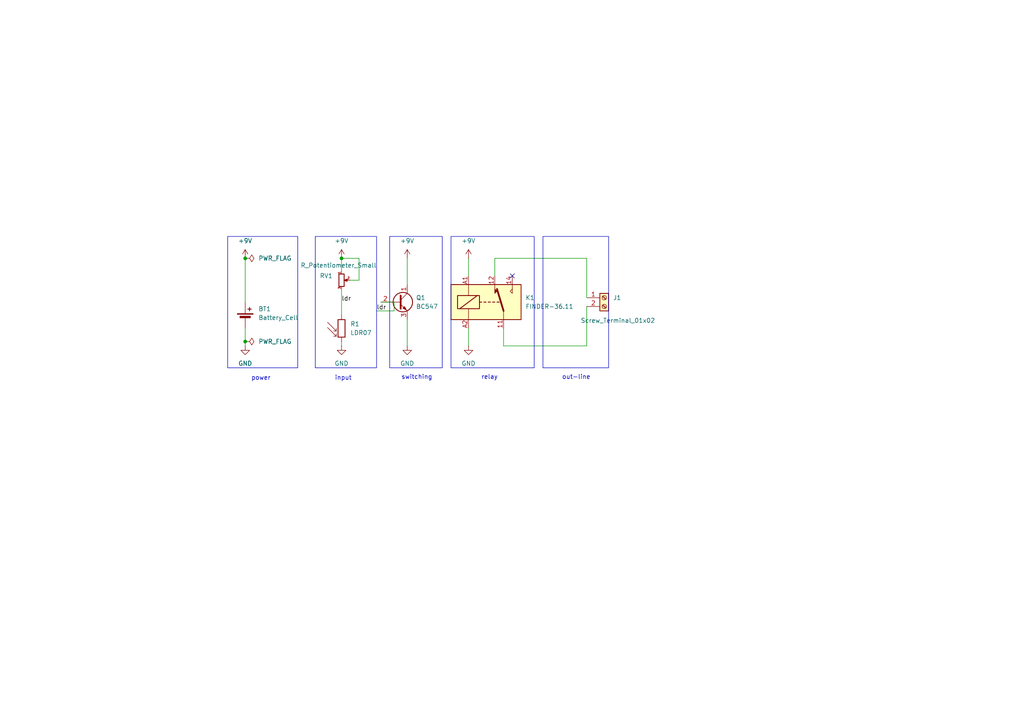
<source format=kicad_sch>
(kicad_sch
	(version 20250114)
	(generator "eeschema")
	(generator_version "9.0")
	(uuid "d8bd4388-3433-4f4c-8a62-e6c05757d9a0")
	(paper "A4")
	(lib_symbols
		(symbol "Connector:Screw_Terminal_01x02"
			(pin_names
				(offset 1.016)
				(hide yes)
			)
			(exclude_from_sim no)
			(in_bom yes)
			(on_board yes)
			(property "Reference" "J"
				(at 0 2.54 0)
				(effects
					(font
						(size 1.27 1.27)
					)
				)
			)
			(property "Value" "Screw_Terminal_01x02"
				(at 0 -5.08 0)
				(effects
					(font
						(size 1.27 1.27)
					)
				)
			)
			(property "Footprint" ""
				(at 0 0 0)
				(effects
					(font
						(size 1.27 1.27)
					)
					(hide yes)
				)
			)
			(property "Datasheet" "~"
				(at 0 0 0)
				(effects
					(font
						(size 1.27 1.27)
					)
					(hide yes)
				)
			)
			(property "Description" "Generic screw terminal, single row, 01x02, script generated (kicad-library-utils/schlib/autogen/connector/)"
				(at 0 0 0)
				(effects
					(font
						(size 1.27 1.27)
					)
					(hide yes)
				)
			)
			(property "ki_keywords" "screw terminal"
				(at 0 0 0)
				(effects
					(font
						(size 1.27 1.27)
					)
					(hide yes)
				)
			)
			(property "ki_fp_filters" "TerminalBlock*:*"
				(at 0 0 0)
				(effects
					(font
						(size 1.27 1.27)
					)
					(hide yes)
				)
			)
			(symbol "Screw_Terminal_01x02_1_1"
				(rectangle
					(start -1.27 1.27)
					(end 1.27 -3.81)
					(stroke
						(width 0.254)
						(type default)
					)
					(fill
						(type background)
					)
				)
				(polyline
					(pts
						(xy -0.5334 0.3302) (xy 0.3302 -0.508)
					)
					(stroke
						(width 0.1524)
						(type default)
					)
					(fill
						(type none)
					)
				)
				(polyline
					(pts
						(xy -0.5334 -2.2098) (xy 0.3302 -3.048)
					)
					(stroke
						(width 0.1524)
						(type default)
					)
					(fill
						(type none)
					)
				)
				(polyline
					(pts
						(xy -0.3556 0.508) (xy 0.508 -0.3302)
					)
					(stroke
						(width 0.1524)
						(type default)
					)
					(fill
						(type none)
					)
				)
				(polyline
					(pts
						(xy -0.3556 -2.032) (xy 0.508 -2.8702)
					)
					(stroke
						(width 0.1524)
						(type default)
					)
					(fill
						(type none)
					)
				)
				(circle
					(center 0 0)
					(radius 0.635)
					(stroke
						(width 0.1524)
						(type default)
					)
					(fill
						(type none)
					)
				)
				(circle
					(center 0 -2.54)
					(radius 0.635)
					(stroke
						(width 0.1524)
						(type default)
					)
					(fill
						(type none)
					)
				)
				(pin passive line
					(at -5.08 0 0)
					(length 3.81)
					(name "Pin_1"
						(effects
							(font
								(size 1.27 1.27)
							)
						)
					)
					(number "1"
						(effects
							(font
								(size 1.27 1.27)
							)
						)
					)
				)
				(pin passive line
					(at -5.08 -2.54 0)
					(length 3.81)
					(name "Pin_2"
						(effects
							(font
								(size 1.27 1.27)
							)
						)
					)
					(number "2"
						(effects
							(font
								(size 1.27 1.27)
							)
						)
					)
				)
			)
			(embedded_fonts no)
		)
		(symbol "Device:Battery_Cell"
			(pin_numbers
				(hide yes)
			)
			(pin_names
				(offset 0)
				(hide yes)
			)
			(exclude_from_sim no)
			(in_bom yes)
			(on_board yes)
			(property "Reference" "BT"
				(at 2.54 2.54 0)
				(effects
					(font
						(size 1.27 1.27)
					)
					(justify left)
				)
			)
			(property "Value" "Battery_Cell"
				(at 2.54 0 0)
				(effects
					(font
						(size 1.27 1.27)
					)
					(justify left)
				)
			)
			(property "Footprint" ""
				(at 0 1.524 90)
				(effects
					(font
						(size 1.27 1.27)
					)
					(hide yes)
				)
			)
			(property "Datasheet" "~"
				(at 0 1.524 90)
				(effects
					(font
						(size 1.27 1.27)
					)
					(hide yes)
				)
			)
			(property "Description" "Single-cell battery"
				(at 0 0 0)
				(effects
					(font
						(size 1.27 1.27)
					)
					(hide yes)
				)
			)
			(property "ki_keywords" "battery cell"
				(at 0 0 0)
				(effects
					(font
						(size 1.27 1.27)
					)
					(hide yes)
				)
			)
			(symbol "Battery_Cell_0_1"
				(rectangle
					(start -2.286 1.778)
					(end 2.286 1.524)
					(stroke
						(width 0)
						(type default)
					)
					(fill
						(type outline)
					)
				)
				(rectangle
					(start -1.524 1.016)
					(end 1.524 0.508)
					(stroke
						(width 0)
						(type default)
					)
					(fill
						(type outline)
					)
				)
				(polyline
					(pts
						(xy 0 1.778) (xy 0 2.54)
					)
					(stroke
						(width 0)
						(type default)
					)
					(fill
						(type none)
					)
				)
				(polyline
					(pts
						(xy 0 0.762) (xy 0 0)
					)
					(stroke
						(width 0)
						(type default)
					)
					(fill
						(type none)
					)
				)
				(polyline
					(pts
						(xy 0.762 3.048) (xy 1.778 3.048)
					)
					(stroke
						(width 0.254)
						(type default)
					)
					(fill
						(type none)
					)
				)
				(polyline
					(pts
						(xy 1.27 3.556) (xy 1.27 2.54)
					)
					(stroke
						(width 0.254)
						(type default)
					)
					(fill
						(type none)
					)
				)
			)
			(symbol "Battery_Cell_1_1"
				(pin passive line
					(at 0 5.08 270)
					(length 2.54)
					(name "+"
						(effects
							(font
								(size 1.27 1.27)
							)
						)
					)
					(number "1"
						(effects
							(font
								(size 1.27 1.27)
							)
						)
					)
				)
				(pin passive line
					(at 0 -2.54 90)
					(length 2.54)
					(name "-"
						(effects
							(font
								(size 1.27 1.27)
							)
						)
					)
					(number "2"
						(effects
							(font
								(size 1.27 1.27)
							)
						)
					)
				)
			)
			(embedded_fonts no)
		)
		(symbol "Device:R_Potentiometer_Small"
			(pin_names
				(offset 1.016)
				(hide yes)
			)
			(exclude_from_sim no)
			(in_bom yes)
			(on_board yes)
			(property "Reference" "RV"
				(at -4.445 0 90)
				(effects
					(font
						(size 1.27 1.27)
					)
				)
			)
			(property "Value" "R_Potentiometer_Small"
				(at -2.54 0 90)
				(effects
					(font
						(size 1.27 1.27)
					)
				)
			)
			(property "Footprint" ""
				(at 0 0 0)
				(effects
					(font
						(size 1.27 1.27)
					)
					(hide yes)
				)
			)
			(property "Datasheet" "~"
				(at 0 0 0)
				(effects
					(font
						(size 1.27 1.27)
					)
					(hide yes)
				)
			)
			(property "Description" "Potentiometer"
				(at 0 0 0)
				(effects
					(font
						(size 1.27 1.27)
					)
					(hide yes)
				)
			)
			(property "ki_keywords" "resistor variable"
				(at 0 0 0)
				(effects
					(font
						(size 1.27 1.27)
					)
					(hide yes)
				)
			)
			(property "ki_fp_filters" "Potentiometer*"
				(at 0 0 0)
				(effects
					(font
						(size 1.27 1.27)
					)
					(hide yes)
				)
			)
			(symbol "R_Potentiometer_Small_0_1"
				(rectangle
					(start 0.762 1.8034)
					(end -0.762 -1.8034)
					(stroke
						(width 0.254)
						(type default)
					)
					(fill
						(type none)
					)
				)
				(polyline
					(pts
						(xy 0.889 0) (xy 0.635 0) (xy 1.651 0.381) (xy 1.651 -0.381) (xy 0.635 0) (xy 0.889 0)
					)
					(stroke
						(width 0)
						(type default)
					)
					(fill
						(type outline)
					)
				)
			)
			(symbol "R_Potentiometer_Small_1_1"
				(pin passive line
					(at 0 2.54 270)
					(length 0.635)
					(name "1"
						(effects
							(font
								(size 0.635 0.635)
							)
						)
					)
					(number "1"
						(effects
							(font
								(size 0.635 0.635)
							)
						)
					)
				)
				(pin passive line
					(at 0 -2.54 90)
					(length 0.635)
					(name "3"
						(effects
							(font
								(size 0.635 0.635)
							)
						)
					)
					(number "3"
						(effects
							(font
								(size 0.635 0.635)
							)
						)
					)
				)
				(pin passive line
					(at 2.54 0 180)
					(length 0.9906)
					(name "2"
						(effects
							(font
								(size 0.635 0.635)
							)
						)
					)
					(number "2"
						(effects
							(font
								(size 0.635 0.635)
							)
						)
					)
				)
			)
			(embedded_fonts no)
		)
		(symbol "Relay:FINDER-36.11"
			(exclude_from_sim no)
			(in_bom yes)
			(on_board yes)
			(property "Reference" "K"
				(at 11.43 3.81 0)
				(effects
					(font
						(size 1.27 1.27)
					)
					(justify left)
				)
			)
			(property "Value" "FINDER-36.11"
				(at 11.43 1.27 0)
				(effects
					(font
						(size 1.27 1.27)
					)
					(justify left)
				)
			)
			(property "Footprint" "Relay_THT:Relay_SPDT_Finder_36.11"
				(at 32.258 -0.762 0)
				(effects
					(font
						(size 1.27 1.27)
					)
					(hide yes)
				)
			)
			(property "Datasheet" "https://gfinder.findernet.com/public/attachments/36/EN/S36EN.pdf"
				(at 0 0 0)
				(effects
					(font
						(size 1.27 1.27)
					)
					(hide yes)
				)
			)
			(property "Description" "FINDER 36.11, SPDT relay, 10A"
				(at 0 0 0)
				(effects
					(font
						(size 1.27 1.27)
					)
					(hide yes)
				)
			)
			(property "ki_keywords" "spdt relay"
				(at 0 0 0)
				(effects
					(font
						(size 1.27 1.27)
					)
					(hide yes)
				)
			)
			(property "ki_fp_filters" "Relay*SPDT*Finder*36.11*"
				(at 0 0 0)
				(effects
					(font
						(size 1.27 1.27)
					)
					(hide yes)
				)
			)
			(symbol "FINDER-36.11_0_0"
				(polyline
					(pts
						(xy 2.54 3.81) (xy 2.54 5.08)
					)
					(stroke
						(width 0)
						(type default)
					)
					(fill
						(type none)
					)
				)
				(polyline
					(pts
						(xy 7.62 3.81) (xy 7.62 5.08)
					)
					(stroke
						(width 0)
						(type default)
					)
					(fill
						(type none)
					)
				)
				(polyline
					(pts
						(xy 7.62 3.81) (xy 7.62 2.54) (xy 6.985 3.175) (xy 7.62 3.81)
					)
					(stroke
						(width 0)
						(type default)
					)
					(fill
						(type none)
					)
				)
			)
			(symbol "FINDER-36.11_0_1"
				(rectangle
					(start -10.16 5.08)
					(end 10.16 -5.08)
					(stroke
						(width 0.254)
						(type default)
					)
					(fill
						(type background)
					)
				)
				(rectangle
					(start -8.255 1.905)
					(end -1.905 -1.905)
					(stroke
						(width 0.254)
						(type default)
					)
					(fill
						(type none)
					)
				)
				(polyline
					(pts
						(xy -7.62 -1.905) (xy -2.54 1.905)
					)
					(stroke
						(width 0.254)
						(type default)
					)
					(fill
						(type none)
					)
				)
				(polyline
					(pts
						(xy -5.08 5.08) (xy -5.08 1.905)
					)
					(stroke
						(width 0)
						(type default)
					)
					(fill
						(type none)
					)
				)
				(polyline
					(pts
						(xy -5.08 -5.08) (xy -5.08 -1.905)
					)
					(stroke
						(width 0)
						(type default)
					)
					(fill
						(type none)
					)
				)
				(polyline
					(pts
						(xy -1.905 0) (xy -1.27 0)
					)
					(stroke
						(width 0.254)
						(type default)
					)
					(fill
						(type none)
					)
				)
				(polyline
					(pts
						(xy -0.635 0) (xy 0 0)
					)
					(stroke
						(width 0.254)
						(type default)
					)
					(fill
						(type none)
					)
				)
				(polyline
					(pts
						(xy 0.635 0) (xy 1.27 0)
					)
					(stroke
						(width 0.254)
						(type default)
					)
					(fill
						(type none)
					)
				)
				(polyline
					(pts
						(xy 1.905 0) (xy 2.54 0)
					)
					(stroke
						(width 0.254)
						(type default)
					)
					(fill
						(type none)
					)
				)
				(polyline
					(pts
						(xy 2.54 3.81) (xy 2.54 2.54) (xy 3.175 3.175) (xy 2.54 3.81)
					)
					(stroke
						(width 0)
						(type default)
					)
					(fill
						(type outline)
					)
				)
				(polyline
					(pts
						(xy 3.175 0) (xy 3.81 0)
					)
					(stroke
						(width 0.254)
						(type default)
					)
					(fill
						(type none)
					)
				)
				(polyline
					(pts
						(xy 5.08 -2.54) (xy 3.175 3.81)
					)
					(stroke
						(width 0.508)
						(type default)
					)
					(fill
						(type none)
					)
				)
				(polyline
					(pts
						(xy 5.08 -2.54) (xy 5.08 -5.08)
					)
					(stroke
						(width 0)
						(type default)
					)
					(fill
						(type none)
					)
				)
			)
			(symbol "FINDER-36.11_1_1"
				(pin passive line
					(at -5.08 7.62 270)
					(length 2.54)
					(name "~"
						(effects
							(font
								(size 1.27 1.27)
							)
						)
					)
					(number "A1"
						(effects
							(font
								(size 1.27 1.27)
							)
						)
					)
				)
				(pin passive line
					(at -5.08 -7.62 90)
					(length 2.54)
					(name "~"
						(effects
							(font
								(size 1.27 1.27)
							)
						)
					)
					(number "A2"
						(effects
							(font
								(size 1.27 1.27)
							)
						)
					)
				)
				(pin passive line
					(at 2.54 7.62 270)
					(length 2.54)
					(name "~"
						(effects
							(font
								(size 1.27 1.27)
							)
						)
					)
					(number "12"
						(effects
							(font
								(size 1.27 1.27)
							)
						)
					)
				)
				(pin passive line
					(at 5.08 -7.62 90)
					(length 2.54)
					(name "~"
						(effects
							(font
								(size 1.27 1.27)
							)
						)
					)
					(number "11"
						(effects
							(font
								(size 1.27 1.27)
							)
						)
					)
				)
				(pin passive line
					(at 7.62 7.62 270)
					(length 2.54)
					(name "~"
						(effects
							(font
								(size 1.27 1.27)
							)
						)
					)
					(number "14"
						(effects
							(font
								(size 1.27 1.27)
							)
						)
					)
				)
			)
			(embedded_fonts no)
		)
		(symbol "Sensor_Optical:LDR07"
			(pin_numbers
				(hide yes)
			)
			(pin_names
				(offset 0)
			)
			(exclude_from_sim no)
			(in_bom yes)
			(on_board yes)
			(property "Reference" "R"
				(at -5.08 0 90)
				(effects
					(font
						(size 1.27 1.27)
					)
				)
			)
			(property "Value" "LDR07"
				(at 1.905 0 90)
				(effects
					(font
						(size 1.27 1.27)
					)
					(justify top)
				)
			)
			(property "Footprint" "OptoDevice:R_LDR_5.1x4.3mm_P3.4mm_Vertical"
				(at 4.445 0 90)
				(effects
					(font
						(size 1.27 1.27)
					)
					(hide yes)
				)
			)
			(property "Datasheet" "http://www.tme.eu/de/Document/f2e3ad76a925811312d226c31da4cd7e/LDR07.pdf"
				(at 0 -1.27 0)
				(effects
					(font
						(size 1.27 1.27)
					)
					(hide yes)
				)
			)
			(property "Description" "light dependent resistor"
				(at 0 0 0)
				(effects
					(font
						(size 1.27 1.27)
					)
					(hide yes)
				)
			)
			(property "ki_keywords" "light dependent photo resistor LDR"
				(at 0 0 0)
				(effects
					(font
						(size 1.27 1.27)
					)
					(hide yes)
				)
			)
			(property "ki_fp_filters" "R*LDR*5.1x4.3mm*P3.4mm*"
				(at 0 0 0)
				(effects
					(font
						(size 1.27 1.27)
					)
					(hide yes)
				)
			)
			(symbol "LDR07_0_1"
				(polyline
					(pts
						(xy -1.524 -0.762) (xy -4.064 1.778)
					)
					(stroke
						(width 0)
						(type default)
					)
					(fill
						(type none)
					)
				)
				(polyline
					(pts
						(xy -1.524 -0.762) (xy -2.286 -0.762)
					)
					(stroke
						(width 0)
						(type default)
					)
					(fill
						(type none)
					)
				)
				(polyline
					(pts
						(xy -1.524 -0.762) (xy -1.524 0)
					)
					(stroke
						(width 0)
						(type default)
					)
					(fill
						(type none)
					)
				)
				(polyline
					(pts
						(xy -1.524 -2.286) (xy -4.064 0.254)
					)
					(stroke
						(width 0)
						(type default)
					)
					(fill
						(type none)
					)
				)
				(polyline
					(pts
						(xy -1.524 -2.286) (xy -2.286 -2.286)
					)
					(stroke
						(width 0)
						(type default)
					)
					(fill
						(type none)
					)
				)
				(polyline
					(pts
						(xy -1.524 -2.286) (xy -1.524 -1.524)
					)
					(stroke
						(width 0)
						(type default)
					)
					(fill
						(type none)
					)
				)
				(rectangle
					(start -1.016 2.54)
					(end 1.016 -2.54)
					(stroke
						(width 0.254)
						(type default)
					)
					(fill
						(type none)
					)
				)
			)
			(symbol "LDR07_1_1"
				(pin passive line
					(at 0 3.81 270)
					(length 1.27)
					(name "~"
						(effects
							(font
								(size 1.27 1.27)
							)
						)
					)
					(number "1"
						(effects
							(font
								(size 1.27 1.27)
							)
						)
					)
				)
				(pin passive line
					(at 0 -3.81 90)
					(length 1.27)
					(name "~"
						(effects
							(font
								(size 1.27 1.27)
							)
						)
					)
					(number "2"
						(effects
							(font
								(size 1.27 1.27)
							)
						)
					)
				)
			)
			(embedded_fonts no)
		)
		(symbol "Transistor_BJT:BC547"
			(pin_names
				(offset 0)
				(hide yes)
			)
			(exclude_from_sim no)
			(in_bom yes)
			(on_board yes)
			(property "Reference" "Q"
				(at 5.08 1.905 0)
				(effects
					(font
						(size 1.27 1.27)
					)
					(justify left)
				)
			)
			(property "Value" "BC547"
				(at 5.08 0 0)
				(effects
					(font
						(size 1.27 1.27)
					)
					(justify left)
				)
			)
			(property "Footprint" "Package_TO_SOT_THT:TO-92_Inline"
				(at 5.08 -1.905 0)
				(effects
					(font
						(size 1.27 1.27)
						(italic yes)
					)
					(justify left)
					(hide yes)
				)
			)
			(property "Datasheet" "https://www.onsemi.com/pub/Collateral/BC550-D.pdf"
				(at 0 0 0)
				(effects
					(font
						(size 1.27 1.27)
					)
					(justify left)
					(hide yes)
				)
			)
			(property "Description" "0.1A Ic, 45V Vce, Small Signal NPN Transistor, TO-92"
				(at 0 0 0)
				(effects
					(font
						(size 1.27 1.27)
					)
					(hide yes)
				)
			)
			(property "ki_keywords" "NPN Transistor"
				(at 0 0 0)
				(effects
					(font
						(size 1.27 1.27)
					)
					(hide yes)
				)
			)
			(property "ki_fp_filters" "TO?92*"
				(at 0 0 0)
				(effects
					(font
						(size 1.27 1.27)
					)
					(hide yes)
				)
			)
			(symbol "BC547_0_1"
				(polyline
					(pts
						(xy -2.54 0) (xy 0.635 0)
					)
					(stroke
						(width 0)
						(type default)
					)
					(fill
						(type none)
					)
				)
				(polyline
					(pts
						(xy 0.635 1.905) (xy 0.635 -1.905)
					)
					(stroke
						(width 0.508)
						(type default)
					)
					(fill
						(type none)
					)
				)
				(circle
					(center 1.27 0)
					(radius 2.8194)
					(stroke
						(width 0.254)
						(type default)
					)
					(fill
						(type none)
					)
				)
			)
			(symbol "BC547_1_1"
				(polyline
					(pts
						(xy 0.635 0.635) (xy 2.54 2.54)
					)
					(stroke
						(width 0)
						(type default)
					)
					(fill
						(type none)
					)
				)
				(polyline
					(pts
						(xy 0.635 -0.635) (xy 2.54 -2.54)
					)
					(stroke
						(width 0)
						(type default)
					)
					(fill
						(type none)
					)
				)
				(polyline
					(pts
						(xy 1.27 -1.778) (xy 1.778 -1.27) (xy 2.286 -2.286) (xy 1.27 -1.778)
					)
					(stroke
						(width 0)
						(type default)
					)
					(fill
						(type outline)
					)
				)
				(pin input line
					(at -5.08 0 0)
					(length 2.54)
					(name "B"
						(effects
							(font
								(size 1.27 1.27)
							)
						)
					)
					(number "2"
						(effects
							(font
								(size 1.27 1.27)
							)
						)
					)
				)
				(pin passive line
					(at 2.54 5.08 270)
					(length 2.54)
					(name "C"
						(effects
							(font
								(size 1.27 1.27)
							)
						)
					)
					(number "1"
						(effects
							(font
								(size 1.27 1.27)
							)
						)
					)
				)
				(pin passive line
					(at 2.54 -5.08 90)
					(length 2.54)
					(name "E"
						(effects
							(font
								(size 1.27 1.27)
							)
						)
					)
					(number "3"
						(effects
							(font
								(size 1.27 1.27)
							)
						)
					)
				)
			)
			(embedded_fonts no)
		)
		(symbol "power:+9V"
			(power)
			(pin_numbers
				(hide yes)
			)
			(pin_names
				(offset 0)
				(hide yes)
			)
			(exclude_from_sim no)
			(in_bom yes)
			(on_board yes)
			(property "Reference" "#PWR"
				(at 0 -3.81 0)
				(effects
					(font
						(size 1.27 1.27)
					)
					(hide yes)
				)
			)
			(property "Value" "+9V"
				(at 0 3.556 0)
				(effects
					(font
						(size 1.27 1.27)
					)
				)
			)
			(property "Footprint" ""
				(at 0 0 0)
				(effects
					(font
						(size 1.27 1.27)
					)
					(hide yes)
				)
			)
			(property "Datasheet" ""
				(at 0 0 0)
				(effects
					(font
						(size 1.27 1.27)
					)
					(hide yes)
				)
			)
			(property "Description" "Power symbol creates a global label with name \"+9V\""
				(at 0 0 0)
				(effects
					(font
						(size 1.27 1.27)
					)
					(hide yes)
				)
			)
			(property "ki_keywords" "global power"
				(at 0 0 0)
				(effects
					(font
						(size 1.27 1.27)
					)
					(hide yes)
				)
			)
			(symbol "+9V_0_1"
				(polyline
					(pts
						(xy -0.762 1.27) (xy 0 2.54)
					)
					(stroke
						(width 0)
						(type default)
					)
					(fill
						(type none)
					)
				)
				(polyline
					(pts
						(xy 0 2.54) (xy 0.762 1.27)
					)
					(stroke
						(width 0)
						(type default)
					)
					(fill
						(type none)
					)
				)
				(polyline
					(pts
						(xy 0 0) (xy 0 2.54)
					)
					(stroke
						(width 0)
						(type default)
					)
					(fill
						(type none)
					)
				)
			)
			(symbol "+9V_1_1"
				(pin power_in line
					(at 0 0 90)
					(length 0)
					(name "~"
						(effects
							(font
								(size 1.27 1.27)
							)
						)
					)
					(number "1"
						(effects
							(font
								(size 1.27 1.27)
							)
						)
					)
				)
			)
			(embedded_fonts no)
		)
		(symbol "power:GND"
			(power)
			(pin_numbers
				(hide yes)
			)
			(pin_names
				(offset 0)
				(hide yes)
			)
			(exclude_from_sim no)
			(in_bom yes)
			(on_board yes)
			(property "Reference" "#PWR"
				(at 0 -6.35 0)
				(effects
					(font
						(size 1.27 1.27)
					)
					(hide yes)
				)
			)
			(property "Value" "GND"
				(at 0 -3.81 0)
				(effects
					(font
						(size 1.27 1.27)
					)
				)
			)
			(property "Footprint" ""
				(at 0 0 0)
				(effects
					(font
						(size 1.27 1.27)
					)
					(hide yes)
				)
			)
			(property "Datasheet" ""
				(at 0 0 0)
				(effects
					(font
						(size 1.27 1.27)
					)
					(hide yes)
				)
			)
			(property "Description" "Power symbol creates a global label with name \"GND\" , ground"
				(at 0 0 0)
				(effects
					(font
						(size 1.27 1.27)
					)
					(hide yes)
				)
			)
			(property "ki_keywords" "global power"
				(at 0 0 0)
				(effects
					(font
						(size 1.27 1.27)
					)
					(hide yes)
				)
			)
			(symbol "GND_0_1"
				(polyline
					(pts
						(xy 0 0) (xy 0 -1.27) (xy 1.27 -1.27) (xy 0 -2.54) (xy -1.27 -1.27) (xy 0 -1.27)
					)
					(stroke
						(width 0)
						(type default)
					)
					(fill
						(type none)
					)
				)
			)
			(symbol "GND_1_1"
				(pin power_in line
					(at 0 0 270)
					(length 0)
					(name "~"
						(effects
							(font
								(size 1.27 1.27)
							)
						)
					)
					(number "1"
						(effects
							(font
								(size 1.27 1.27)
							)
						)
					)
				)
			)
			(embedded_fonts no)
		)
		(symbol "power:PWR_FLAG"
			(power)
			(pin_numbers
				(hide yes)
			)
			(pin_names
				(offset 0)
				(hide yes)
			)
			(exclude_from_sim no)
			(in_bom yes)
			(on_board yes)
			(property "Reference" "#FLG"
				(at 0 1.905 0)
				(effects
					(font
						(size 1.27 1.27)
					)
					(hide yes)
				)
			)
			(property "Value" "PWR_FLAG"
				(at 0 3.81 0)
				(effects
					(font
						(size 1.27 1.27)
					)
				)
			)
			(property "Footprint" ""
				(at 0 0 0)
				(effects
					(font
						(size 1.27 1.27)
					)
					(hide yes)
				)
			)
			(property "Datasheet" "~"
				(at 0 0 0)
				(effects
					(font
						(size 1.27 1.27)
					)
					(hide yes)
				)
			)
			(property "Description" "Special symbol for telling ERC where power comes from"
				(at 0 0 0)
				(effects
					(font
						(size 1.27 1.27)
					)
					(hide yes)
				)
			)
			(property "ki_keywords" "flag power"
				(at 0 0 0)
				(effects
					(font
						(size 1.27 1.27)
					)
					(hide yes)
				)
			)
			(symbol "PWR_FLAG_0_0"
				(pin power_out line
					(at 0 0 90)
					(length 0)
					(name "~"
						(effects
							(font
								(size 1.27 1.27)
							)
						)
					)
					(number "1"
						(effects
							(font
								(size 1.27 1.27)
							)
						)
					)
				)
			)
			(symbol "PWR_FLAG_0_1"
				(polyline
					(pts
						(xy 0 0) (xy 0 1.27) (xy -1.016 1.905) (xy 0 2.54) (xy 1.016 1.905) (xy 0 1.27)
					)
					(stroke
						(width 0)
						(type default)
					)
					(fill
						(type none)
					)
				)
			)
			(embedded_fonts no)
		)
	)
	(rectangle
		(start 66.04 68.58)
		(end 86.36 106.68)
		(stroke
			(width 0)
			(type default)
		)
		(fill
			(type none)
		)
		(uuid 47710fbf-57bd-4a8e-97e8-d679343d6bbe)
	)
	(rectangle
		(start 91.44 68.58)
		(end 109.22 106.68)
		(stroke
			(width 0)
			(type default)
		)
		(fill
			(type none)
		)
		(uuid 8146aba0-8997-4e18-a9ba-a1b769483917)
	)
	(rectangle
		(start 130.81 68.58)
		(end 154.94 106.68)
		(stroke
			(width 0)
			(type default)
		)
		(fill
			(type none)
		)
		(uuid 8eee8de1-86d6-4527-aae1-464cb893119f)
	)
	(rectangle
		(start 157.48 68.58)
		(end 176.53 106.68)
		(stroke
			(width 0)
			(type default)
		)
		(fill
			(type none)
		)
		(uuid 8fad0242-7e9b-4883-a374-54bd180be53a)
	)
	(rectangle
		(start 113.03 68.58)
		(end 128.27 106.68)
		(stroke
			(width 0)
			(type default)
		)
		(fill
			(type none)
		)
		(uuid d1387a5c-9085-4122-ab9c-2dbb1e7aacd6)
	)
	(text "input\n"
		(exclude_from_sim no)
		(at 99.568 109.728 0)
		(effects
			(font
				(size 1.27 1.27)
			)
		)
		(uuid "23ebcb1f-04cb-46d2-82cf-0c24bab57791")
	)
	(text "relay\n"
		(exclude_from_sim no)
		(at 141.986 109.474 0)
		(effects
			(font
				(size 1.27 1.27)
			)
		)
		(uuid "69eedd17-75c9-4a0b-939e-1118aae3f807")
	)
	(text "power\n"
		(exclude_from_sim no)
		(at 75.692 109.728 0)
		(effects
			(font
				(size 1.27 1.27)
			)
		)
		(uuid "8e4d7908-5917-4d0f-a2dc-e7557cf40d5a")
	)
	(text "out-line\n"
		(exclude_from_sim no)
		(at 167.132 109.474 0)
		(effects
			(font
				(size 1.27 1.27)
			)
		)
		(uuid "8ed95394-d454-479a-b271-b45d7d6bca8c")
	)
	(text "switching\n"
		(exclude_from_sim no)
		(at 120.904 109.474 0)
		(effects
			(font
				(size 1.27 1.27)
			)
		)
		(uuid "a73c47ff-d607-43ee-a846-fa670547e808")
	)
	(junction
		(at 99.06 74.93)
		(diameter 0)
		(color 0 0 0 0)
		(uuid "2f5b4a28-e247-48d1-9361-8268639f2df1")
	)
	(junction
		(at 71.12 74.93)
		(diameter 0)
		(color 0 0 0 0)
		(uuid "347de4b5-834f-471c-b117-01c774e2d101")
	)
	(junction
		(at 71.12 99.06)
		(diameter 0)
		(color 0 0 0 0)
		(uuid "a8fd80a2-fff4-47c9-a9bd-32f7b90c5ca3")
	)
	(no_connect
		(at 148.59 80.01)
		(uuid "a54f746e-2576-4271-850d-0936eeab510d")
	)
	(wire
		(pts
			(xy 114.3 90.17) (xy 114.3 87.63)
		)
		(stroke
			(width 0)
			(type default)
		)
		(uuid "034b5411-31ed-4869-abfe-6be8352dfe47")
	)
	(wire
		(pts
			(xy 118.11 92.71) (xy 118.11 100.33)
		)
		(stroke
			(width 0)
			(type default)
		)
		(uuid "07b4a71c-590f-492f-9975-dd34c30c63ab")
	)
	(wire
		(pts
			(xy 143.51 74.93) (xy 143.51 80.01)
		)
		(stroke
			(width 0)
			(type default)
		)
		(uuid "0938998a-8850-4573-a555-92cd5e12d632")
	)
	(wire
		(pts
			(xy 135.89 74.93) (xy 135.89 80.01)
		)
		(stroke
			(width 0)
			(type default)
		)
		(uuid "11eea84f-9cb5-4061-9f79-e5a32db7d5a4")
	)
	(wire
		(pts
			(xy 114.3 90.17) (xy 109.22 90.17)
		)
		(stroke
			(width 0)
			(type default)
		)
		(uuid "2e84e311-4520-4269-88ce-820c5ddcca8b")
	)
	(wire
		(pts
			(xy 104.14 74.93) (xy 104.14 81.28)
		)
		(stroke
			(width 0)
			(type default)
		)
		(uuid "34f64306-a5d1-4744-be37-2ad6984e306c")
	)
	(wire
		(pts
			(xy 143.51 74.93) (xy 170.18 74.93)
		)
		(stroke
			(width 0)
			(type default)
		)
		(uuid "43d9c51e-dd43-49b9-ae05-9bcd3491ed28")
	)
	(wire
		(pts
			(xy 118.11 74.93) (xy 118.11 82.55)
		)
		(stroke
			(width 0)
			(type default)
		)
		(uuid "66549aea-db80-4bcf-ab5e-a3420649995b")
	)
	(wire
		(pts
			(xy 71.12 95.25) (xy 71.12 99.06)
		)
		(stroke
			(width 0)
			(type default)
		)
		(uuid "679b13c8-1b4c-4ada-8478-8e852a7f89fb")
	)
	(wire
		(pts
			(xy 71.12 74.93) (xy 71.12 87.63)
		)
		(stroke
			(width 0)
			(type default)
		)
		(uuid "726bcf37-2fc8-4710-a265-9bed496204cf")
	)
	(wire
		(pts
			(xy 101.6 81.28) (xy 104.14 81.28)
		)
		(stroke
			(width 0)
			(type default)
		)
		(uuid "7a7fbe5e-7601-453a-9e32-93126a9e0ea5")
	)
	(wire
		(pts
			(xy 114.3 87.63) (xy 110.49 87.63)
		)
		(stroke
			(width 0)
			(type default)
		)
		(uuid "8bf585ce-c2ae-482a-8dc6-e4046c3552aa")
	)
	(wire
		(pts
			(xy 146.05 95.25) (xy 146.05 100.33)
		)
		(stroke
			(width 0)
			(type default)
		)
		(uuid "90a55454-cc53-415d-a0a5-3f01204ecb82")
	)
	(wire
		(pts
			(xy 170.18 74.93) (xy 170.18 86.36)
		)
		(stroke
			(width 0)
			(type default)
		)
		(uuid "a7753add-0f08-411f-99b8-3d9c1b362812")
	)
	(wire
		(pts
			(xy 135.89 95.25) (xy 135.89 100.33)
		)
		(stroke
			(width 0)
			(type default)
		)
		(uuid "b8b5f9be-7e09-4cc3-b24f-a60a98cf7403")
	)
	(wire
		(pts
			(xy 146.05 100.33) (xy 170.18 100.33)
		)
		(stroke
			(width 0)
			(type default)
		)
		(uuid "b9a2906c-d9c6-4d96-b83f-3747046853ff")
	)
	(wire
		(pts
			(xy 99.06 74.93) (xy 104.14 74.93)
		)
		(stroke
			(width 0)
			(type default)
		)
		(uuid "ce74f389-f5ab-477c-bd17-2976cdd207ed")
	)
	(wire
		(pts
			(xy 99.06 74.93) (xy 99.06 78.74)
		)
		(stroke
			(width 0)
			(type default)
		)
		(uuid "d9c971e6-a556-478c-801d-5d2b3eaf2751")
	)
	(wire
		(pts
			(xy 99.06 99.06) (xy 99.06 100.33)
		)
		(stroke
			(width 0)
			(type default)
		)
		(uuid "eb5305ae-3f45-4faf-b7d9-56d39f55e4bc")
	)
	(wire
		(pts
			(xy 71.12 99.06) (xy 71.12 100.33)
		)
		(stroke
			(width 0)
			(type default)
		)
		(uuid "edffbc04-e380-45d9-93c0-277c9e0ab30d")
	)
	(wire
		(pts
			(xy 170.18 88.9) (xy 170.18 100.33)
		)
		(stroke
			(width 0)
			(type default)
		)
		(uuid "fa34018d-caac-490a-93eb-8d6ad93bb703")
	)
	(wire
		(pts
			(xy 99.06 83.82) (xy 99.06 91.44)
		)
		(stroke
			(width 0)
			(type default)
		)
		(uuid "ffa0194d-e16b-4ee0-be44-2166fcdd2929")
	)
	(label "ldr"
		(at 109.22 90.17 0)
		(effects
			(font
				(size 1.27 1.27)
			)
			(justify left bottom)
		)
		(uuid "08474403-666d-4ce3-8e86-f2d4090ce9df")
	)
	(label "ldr"
		(at 99.06 87.63 0)
		(effects
			(font
				(size 1.27 1.27)
			)
			(justify left bottom)
		)
		(uuid "40ad975a-d9b3-4a42-86dc-e0288ff7beb4")
	)
	(symbol
		(lib_id "power:+9V")
		(at 99.06 74.93 0)
		(unit 1)
		(exclude_from_sim no)
		(in_bom yes)
		(on_board yes)
		(dnp no)
		(fields_autoplaced yes)
		(uuid "37459b79-c27f-4840-bdda-fcb100ed2e5c")
		(property "Reference" "#PWR04"
			(at 99.06 78.74 0)
			(effects
				(font
					(size 1.27 1.27)
				)
				(hide yes)
			)
		)
		(property "Value" "+9V"
			(at 99.06 69.85 0)
			(effects
				(font
					(size 1.27 1.27)
				)
			)
		)
		(property "Footprint" ""
			(at 99.06 74.93 0)
			(effects
				(font
					(size 1.27 1.27)
				)
				(hide yes)
			)
		)
		(property "Datasheet" ""
			(at 99.06 74.93 0)
			(effects
				(font
					(size 1.27 1.27)
				)
				(hide yes)
			)
		)
		(property "Description" "Power symbol creates a global label with name \"+9V\""
			(at 99.06 74.93 0)
			(effects
				(font
					(size 1.27 1.27)
				)
				(hide yes)
			)
		)
		(pin "1"
			(uuid "9465ddc9-a835-4789-b821-b9a9506d234d")
		)
		(instances
			(project ""
				(path "/d8bd4388-3433-4f4c-8a62-e6c05757d9a0"
					(reference "#PWR04")
					(unit 1)
				)
			)
		)
	)
	(symbol
		(lib_id "Relay:FINDER-36.11")
		(at 140.97 87.63 0)
		(unit 1)
		(exclude_from_sim no)
		(in_bom yes)
		(on_board yes)
		(dnp no)
		(fields_autoplaced yes)
		(uuid "42feed32-e89a-4b01-bc1e-a981eb139940")
		(property "Reference" "K1"
			(at 152.4 86.3599 0)
			(effects
				(font
					(size 1.27 1.27)
				)
				(justify left)
			)
		)
		(property "Value" "FINDER-36.11"
			(at 152.4 88.8999 0)
			(effects
				(font
					(size 1.27 1.27)
				)
				(justify left)
			)
		)
		(property "Footprint" "Relay_THT:Relay_SPDT_Finder_36.11"
			(at 173.228 88.392 0)
			(effects
				(font
					(size 1.27 1.27)
				)
				(hide yes)
			)
		)
		(property "Datasheet" "https://gfinder.findernet.com/public/attachments/36/EN/S36EN.pdf"
			(at 140.97 87.63 0)
			(effects
				(font
					(size 1.27 1.27)
				)
				(hide yes)
			)
		)
		(property "Description" "FINDER 36.11, SPDT relay, 10A"
			(at 140.97 87.63 0)
			(effects
				(font
					(size 1.27 1.27)
				)
				(hide yes)
			)
		)
		(pin "14"
			(uuid "216e4481-6cdd-4d2d-afd5-62843b69e0de")
		)
		(pin "A2"
			(uuid "51b09a70-92a7-4159-9d9e-d6cbea72e028")
		)
		(pin "A1"
			(uuid "5d3813bb-2e1b-43ef-a124-fcf9d5f0321b")
		)
		(pin "12"
			(uuid "5ba3ac78-2b6c-43dd-bc96-03afbe594a40")
		)
		(pin "11"
			(uuid "66f19d50-944d-4171-9051-d7d725f3f3b4")
		)
		(instances
			(project ""
				(path "/d8bd4388-3433-4f4c-8a62-e6c05757d9a0"
					(reference "K1")
					(unit 1)
				)
			)
		)
	)
	(symbol
		(lib_id "power:GND")
		(at 71.12 100.33 0)
		(unit 1)
		(exclude_from_sim no)
		(in_bom yes)
		(on_board yes)
		(dnp no)
		(fields_autoplaced yes)
		(uuid "4e9764f5-911c-47bf-ab1e-47e705433a20")
		(property "Reference" "#PWR06"
			(at 71.12 106.68 0)
			(effects
				(font
					(size 1.27 1.27)
				)
				(hide yes)
			)
		)
		(property "Value" "GND"
			(at 71.12 105.41 0)
			(effects
				(font
					(size 1.27 1.27)
				)
			)
		)
		(property "Footprint" ""
			(at 71.12 100.33 0)
			(effects
				(font
					(size 1.27 1.27)
				)
				(hide yes)
			)
		)
		(property "Datasheet" ""
			(at 71.12 100.33 0)
			(effects
				(font
					(size 1.27 1.27)
				)
				(hide yes)
			)
		)
		(property "Description" "Power symbol creates a global label with name \"GND\" , ground"
			(at 71.12 100.33 0)
			(effects
				(font
					(size 1.27 1.27)
				)
				(hide yes)
			)
		)
		(pin "1"
			(uuid "8b55d02b-d434-413c-987f-8ba89a3c7059")
		)
		(instances
			(project ""
				(path "/d8bd4388-3433-4f4c-8a62-e6c05757d9a0"
					(reference "#PWR06")
					(unit 1)
				)
			)
		)
	)
	(symbol
		(lib_id "power:+9V")
		(at 71.12 74.93 0)
		(unit 1)
		(exclude_from_sim no)
		(in_bom yes)
		(on_board yes)
		(dnp no)
		(fields_autoplaced yes)
		(uuid "595551f9-23ec-45fc-befd-a6029a7fefcd")
		(property "Reference" "#PWR01"
			(at 71.12 78.74 0)
			(effects
				(font
					(size 1.27 1.27)
				)
				(hide yes)
			)
		)
		(property "Value" "+9V"
			(at 71.12 69.85 0)
			(effects
				(font
					(size 1.27 1.27)
				)
			)
		)
		(property "Footprint" ""
			(at 71.12 74.93 0)
			(effects
				(font
					(size 1.27 1.27)
				)
				(hide yes)
			)
		)
		(property "Datasheet" ""
			(at 71.12 74.93 0)
			(effects
				(font
					(size 1.27 1.27)
				)
				(hide yes)
			)
		)
		(property "Description" "Power symbol creates a global label with name \"+9V\""
			(at 71.12 74.93 0)
			(effects
				(font
					(size 1.27 1.27)
				)
				(hide yes)
			)
		)
		(pin "1"
			(uuid "97c2eb50-2267-4819-ab56-a0de6562b38d")
		)
		(instances
			(project ""
				(path "/d8bd4388-3433-4f4c-8a62-e6c05757d9a0"
					(reference "#PWR01")
					(unit 1)
				)
			)
		)
	)
	(symbol
		(lib_id "Device:Battery_Cell")
		(at 71.12 92.71 0)
		(unit 1)
		(exclude_from_sim no)
		(in_bom yes)
		(on_board yes)
		(dnp no)
		(fields_autoplaced yes)
		(uuid "5d8e9bc8-1962-44eb-b745-d3c725780b04")
		(property "Reference" "BT1"
			(at 74.93 89.5984 0)
			(effects
				(font
					(size 1.27 1.27)
				)
				(justify left)
			)
		)
		(property "Value" "Battery_Cell"
			(at 74.93 92.1384 0)
			(effects
				(font
					(size 1.27 1.27)
				)
				(justify left)
			)
		)
		(property "Footprint" "Battery:BatteryHolder_Keystone_3001_1x12mm"
			(at 71.12 91.186 90)
			(effects
				(font
					(size 1.27 1.27)
				)
				(hide yes)
			)
		)
		(property "Datasheet" "~"
			(at 71.12 91.186 90)
			(effects
				(font
					(size 1.27 1.27)
				)
				(hide yes)
			)
		)
		(property "Description" "Single-cell battery"
			(at 71.12 92.71 0)
			(effects
				(font
					(size 1.27 1.27)
				)
				(hide yes)
			)
		)
		(pin "1"
			(uuid "1f3a9893-ab57-4147-a55e-d468fa86dc5e")
		)
		(pin "2"
			(uuid "75098461-7b14-4534-ac23-2ef0fcad6d72")
		)
		(instances
			(project ""
				(path "/d8bd4388-3433-4f4c-8a62-e6c05757d9a0"
					(reference "BT1")
					(unit 1)
				)
			)
		)
	)
	(symbol
		(lib_id "power:+9V")
		(at 135.89 74.93 0)
		(unit 1)
		(exclude_from_sim no)
		(in_bom yes)
		(on_board yes)
		(dnp no)
		(fields_autoplaced yes)
		(uuid "7bb9d713-6e8b-45de-8dbf-0d01dfe65431")
		(property "Reference" "#PWR08"
			(at 135.89 78.74 0)
			(effects
				(font
					(size 1.27 1.27)
				)
				(hide yes)
			)
		)
		(property "Value" "+9V"
			(at 135.89 69.85 0)
			(effects
				(font
					(size 1.27 1.27)
				)
			)
		)
		(property "Footprint" ""
			(at 135.89 74.93 0)
			(effects
				(font
					(size 1.27 1.27)
				)
				(hide yes)
			)
		)
		(property "Datasheet" ""
			(at 135.89 74.93 0)
			(effects
				(font
					(size 1.27 1.27)
				)
				(hide yes)
			)
		)
		(property "Description" "Power symbol creates a global label with name \"+9V\""
			(at 135.89 74.93 0)
			(effects
				(font
					(size 1.27 1.27)
				)
				(hide yes)
			)
		)
		(pin "1"
			(uuid "d1368018-1ebf-4990-8918-c245950e0cbe")
		)
		(instances
			(project ""
				(path "/d8bd4388-3433-4f4c-8a62-e6c05757d9a0"
					(reference "#PWR08")
					(unit 1)
				)
			)
		)
	)
	(symbol
		(lib_id "power:GND")
		(at 135.89 100.33 0)
		(unit 1)
		(exclude_from_sim no)
		(in_bom yes)
		(on_board yes)
		(dnp no)
		(fields_autoplaced yes)
		(uuid "95f7181d-424c-4a06-a92d-c48366648031")
		(property "Reference" "#PWR07"
			(at 135.89 106.68 0)
			(effects
				(font
					(size 1.27 1.27)
				)
				(hide yes)
			)
		)
		(property "Value" "GND"
			(at 135.89 105.41 0)
			(effects
				(font
					(size 1.27 1.27)
				)
			)
		)
		(property "Footprint" ""
			(at 135.89 100.33 0)
			(effects
				(font
					(size 1.27 1.27)
				)
				(hide yes)
			)
		)
		(property "Datasheet" ""
			(at 135.89 100.33 0)
			(effects
				(font
					(size 1.27 1.27)
				)
				(hide yes)
			)
		)
		(property "Description" "Power symbol creates a global label with name \"GND\" , ground"
			(at 135.89 100.33 0)
			(effects
				(font
					(size 1.27 1.27)
				)
				(hide yes)
			)
		)
		(pin "1"
			(uuid "6ca3bced-a4e5-48b8-ab14-e37c1fab8b3f")
		)
		(instances
			(project ""
				(path "/d8bd4388-3433-4f4c-8a62-e6c05757d9a0"
					(reference "#PWR07")
					(unit 1)
				)
			)
		)
	)
	(symbol
		(lib_id "power:GND")
		(at 118.11 100.33 0)
		(unit 1)
		(exclude_from_sim no)
		(in_bom yes)
		(on_board yes)
		(dnp no)
		(fields_autoplaced yes)
		(uuid "a94650ab-0ea4-40e3-9fe9-63658ac4a1b2")
		(property "Reference" "#PWR03"
			(at 118.11 106.68 0)
			(effects
				(font
					(size 1.27 1.27)
				)
				(hide yes)
			)
		)
		(property "Value" "GND"
			(at 118.11 105.41 0)
			(effects
				(font
					(size 1.27 1.27)
				)
			)
		)
		(property "Footprint" ""
			(at 118.11 100.33 0)
			(effects
				(font
					(size 1.27 1.27)
				)
				(hide yes)
			)
		)
		(property "Datasheet" ""
			(at 118.11 100.33 0)
			(effects
				(font
					(size 1.27 1.27)
				)
				(hide yes)
			)
		)
		(property "Description" "Power symbol creates a global label with name \"GND\" , ground"
			(at 118.11 100.33 0)
			(effects
				(font
					(size 1.27 1.27)
				)
				(hide yes)
			)
		)
		(pin "1"
			(uuid "a1ec1726-6129-49be-95a8-a8dc3fbf5b78")
		)
		(instances
			(project ""
				(path "/d8bd4388-3433-4f4c-8a62-e6c05757d9a0"
					(reference "#PWR03")
					(unit 1)
				)
			)
		)
	)
	(symbol
		(lib_id "power:PWR_FLAG")
		(at 71.12 99.06 270)
		(unit 1)
		(exclude_from_sim no)
		(in_bom yes)
		(on_board yes)
		(dnp no)
		(fields_autoplaced yes)
		(uuid "acd23c3e-9ec3-49e3-808b-211bdb5366ec")
		(property "Reference" "#FLG02"
			(at 73.025 99.06 0)
			(effects
				(font
					(size 1.27 1.27)
				)
				(hide yes)
			)
		)
		(property "Value" "PWR_FLAG"
			(at 74.93 99.0599 90)
			(effects
				(font
					(size 1.27 1.27)
				)
				(justify left)
			)
		)
		(property "Footprint" ""
			(at 71.12 99.06 0)
			(effects
				(font
					(size 1.27 1.27)
				)
				(hide yes)
			)
		)
		(property "Datasheet" "~"
			(at 71.12 99.06 0)
			(effects
				(font
					(size 1.27 1.27)
				)
				(hide yes)
			)
		)
		(property "Description" "Special symbol for telling ERC where power comes from"
			(at 71.12 99.06 0)
			(effects
				(font
					(size 1.27 1.27)
				)
				(hide yes)
			)
		)
		(pin "1"
			(uuid "c880801a-edf6-46c0-aaa8-ca085e108a73")
		)
		(instances
			(project ""
				(path "/d8bd4388-3433-4f4c-8a62-e6c05757d9a0"
					(reference "#FLG02")
					(unit 1)
				)
			)
		)
	)
	(symbol
		(lib_id "power:GND")
		(at 99.06 100.33 0)
		(unit 1)
		(exclude_from_sim no)
		(in_bom yes)
		(on_board yes)
		(dnp no)
		(fields_autoplaced yes)
		(uuid "b95b880d-6f94-4edd-a59b-deaac4d1cfa4")
		(property "Reference" "#PWR02"
			(at 99.06 106.68 0)
			(effects
				(font
					(size 1.27 1.27)
				)
				(hide yes)
			)
		)
		(property "Value" "GND"
			(at 99.06 105.41 0)
			(effects
				(font
					(size 1.27 1.27)
				)
			)
		)
		(property "Footprint" ""
			(at 99.06 100.33 0)
			(effects
				(font
					(size 1.27 1.27)
				)
				(hide yes)
			)
		)
		(property "Datasheet" ""
			(at 99.06 100.33 0)
			(effects
				(font
					(size 1.27 1.27)
				)
				(hide yes)
			)
		)
		(property "Description" "Power symbol creates a global label with name \"GND\" , ground"
			(at 99.06 100.33 0)
			(effects
				(font
					(size 1.27 1.27)
				)
				(hide yes)
			)
		)
		(pin "1"
			(uuid "0b6b39ad-73f8-4570-9e48-87a09eb39262")
		)
		(instances
			(project ""
				(path "/d8bd4388-3433-4f4c-8a62-e6c05757d9a0"
					(reference "#PWR02")
					(unit 1)
				)
			)
		)
	)
	(symbol
		(lib_id "Device:R_Potentiometer_Small")
		(at 99.06 81.28 0)
		(unit 1)
		(exclude_from_sim no)
		(in_bom yes)
		(on_board yes)
		(dnp no)
		(uuid "cf5d73e1-774e-40f1-a290-a82696ac9606")
		(property "Reference" "RV1"
			(at 96.52 80.0099 0)
			(effects
				(font
					(size 1.27 1.27)
				)
				(justify right)
			)
		)
		(property "Value" "R_Potentiometer_Small"
			(at 109.22 76.962 0)
			(effects
				(font
					(size 1.27 1.27)
				)
				(justify right)
			)
		)
		(property "Footprint" "Potentiometer_THT:Potentiometer_ACP_CA9-V10_Vertical"
			(at 99.06 81.28 0)
			(effects
				(font
					(size 1.27 1.27)
				)
				(hide yes)
			)
		)
		(property "Datasheet" "~"
			(at 99.06 81.28 0)
			(effects
				(font
					(size 1.27 1.27)
				)
				(hide yes)
			)
		)
		(property "Description" "Potentiometer"
			(at 99.06 81.28 0)
			(effects
				(font
					(size 1.27 1.27)
				)
				(hide yes)
			)
		)
		(pin "3"
			(uuid "8a846ee7-00ea-4b4c-8512-c1ef7c9128d7")
		)
		(pin "2"
			(uuid "1147929c-89c3-462e-9fde-62c722e3bf51")
		)
		(pin "1"
			(uuid "a7879ca5-bf4a-4cc9-b94c-3e96880ab83c")
		)
		(instances
			(project ""
				(path "/d8bd4388-3433-4f4c-8a62-e6c05757d9a0"
					(reference "RV1")
					(unit 1)
				)
			)
		)
	)
	(symbol
		(lib_id "power:PWR_FLAG")
		(at 71.12 74.93 270)
		(unit 1)
		(exclude_from_sim no)
		(in_bom yes)
		(on_board yes)
		(dnp no)
		(fields_autoplaced yes)
		(uuid "dbe27b13-d068-4066-8f5c-d376303e8f8b")
		(property "Reference" "#FLG01"
			(at 73.025 74.93 0)
			(effects
				(font
					(size 1.27 1.27)
				)
				(hide yes)
			)
		)
		(property "Value" "PWR_FLAG"
			(at 74.93 74.9299 90)
			(effects
				(font
					(size 1.27 1.27)
				)
				(justify left)
			)
		)
		(property "Footprint" ""
			(at 71.12 74.93 0)
			(effects
				(font
					(size 1.27 1.27)
				)
				(hide yes)
			)
		)
		(property "Datasheet" "~"
			(at 71.12 74.93 0)
			(effects
				(font
					(size 1.27 1.27)
				)
				(hide yes)
			)
		)
		(property "Description" "Special symbol for telling ERC where power comes from"
			(at 71.12 74.93 0)
			(effects
				(font
					(size 1.27 1.27)
				)
				(hide yes)
			)
		)
		(pin "1"
			(uuid "7adf5a9d-2c9c-4234-b26b-a8f98590e23b")
		)
		(instances
			(project ""
				(path "/d8bd4388-3433-4f4c-8a62-e6c05757d9a0"
					(reference "#FLG01")
					(unit 1)
				)
			)
		)
	)
	(symbol
		(lib_id "power:+9V")
		(at 118.11 74.93 0)
		(unit 1)
		(exclude_from_sim no)
		(in_bom yes)
		(on_board yes)
		(dnp no)
		(fields_autoplaced yes)
		(uuid "e3ee6765-52db-4077-83eb-ce12b8706a6c")
		(property "Reference" "#PWR05"
			(at 118.11 78.74 0)
			(effects
				(font
					(size 1.27 1.27)
				)
				(hide yes)
			)
		)
		(property "Value" "+9V"
			(at 118.11 69.85 0)
			(effects
				(font
					(size 1.27 1.27)
				)
			)
		)
		(property "Footprint" ""
			(at 118.11 74.93 0)
			(effects
				(font
					(size 1.27 1.27)
				)
				(hide yes)
			)
		)
		(property "Datasheet" ""
			(at 118.11 74.93 0)
			(effects
				(font
					(size 1.27 1.27)
				)
				(hide yes)
			)
		)
		(property "Description" "Power symbol creates a global label with name \"+9V\""
			(at 118.11 74.93 0)
			(effects
				(font
					(size 1.27 1.27)
				)
				(hide yes)
			)
		)
		(pin "1"
			(uuid "c108b615-b1f6-42a5-b6ce-45998840af90")
		)
		(instances
			(project ""
				(path "/d8bd4388-3433-4f4c-8a62-e6c05757d9a0"
					(reference "#PWR05")
					(unit 1)
				)
			)
		)
	)
	(symbol
		(lib_id "Transistor_BJT:BC547")
		(at 115.57 87.63 0)
		(unit 1)
		(exclude_from_sim no)
		(in_bom yes)
		(on_board yes)
		(dnp no)
		(fields_autoplaced yes)
		(uuid "e47f7a33-a4e3-4010-916f-155f0314f416")
		(property "Reference" "Q1"
			(at 120.65 86.3599 0)
			(effects
				(font
					(size 1.27 1.27)
				)
				(justify left)
			)
		)
		(property "Value" "BC547"
			(at 120.65 88.8999 0)
			(effects
				(font
					(size 1.27 1.27)
				)
				(justify left)
			)
		)
		(property "Footprint" "Package_TO_SOT_THT:TO-92_Inline"
			(at 120.65 89.535 0)
			(effects
				(font
					(size 1.27 1.27)
					(italic yes)
				)
				(justify left)
				(hide yes)
			)
		)
		(property "Datasheet" "https://www.onsemi.com/pub/Collateral/BC550-D.pdf"
			(at 115.57 87.63 0)
			(effects
				(font
					(size 1.27 1.27)
				)
				(justify left)
				(hide yes)
			)
		)
		(property "Description" "0.1A Ic, 45V Vce, Small Signal NPN Transistor, TO-92"
			(at 115.57 87.63 0)
			(effects
				(font
					(size 1.27 1.27)
				)
				(hide yes)
			)
		)
		(pin "2"
			(uuid "dcd652e5-2bef-4e7a-a20c-4a96ff9c9751")
		)
		(pin "1"
			(uuid "df82296a-a7e3-4937-ba13-1cb4a01a89ef")
		)
		(pin "3"
			(uuid "48cce697-89a5-4b5f-a2c0-4ee0090eff2e")
		)
		(instances
			(project ""
				(path "/d8bd4388-3433-4f4c-8a62-e6c05757d9a0"
					(reference "Q1")
					(unit 1)
				)
			)
		)
	)
	(symbol
		(lib_id "Sensor_Optical:LDR07")
		(at 99.06 95.25 0)
		(unit 1)
		(exclude_from_sim no)
		(in_bom yes)
		(on_board yes)
		(dnp no)
		(fields_autoplaced yes)
		(uuid "e6501ceb-a1d7-46fd-b258-2174564ce21a")
		(property "Reference" "R1"
			(at 101.6 93.9799 0)
			(effects
				(font
					(size 1.27 1.27)
				)
				(justify left)
			)
		)
		(property "Value" "LDR07"
			(at 101.6 96.5199 0)
			(effects
				(font
					(size 1.27 1.27)
				)
				(justify left)
			)
		)
		(property "Footprint" "OptoDevice:R_LDR_5.1x4.3mm_P3.4mm_Vertical"
			(at 103.505 95.25 90)
			(effects
				(font
					(size 1.27 1.27)
				)
				(hide yes)
			)
		)
		(property "Datasheet" "http://www.tme.eu/de/Document/f2e3ad76a925811312d226c31da4cd7e/LDR07.pdf"
			(at 99.06 96.52 0)
			(effects
				(font
					(size 1.27 1.27)
				)
				(hide yes)
			)
		)
		(property "Description" "light dependent resistor"
			(at 99.06 95.25 0)
			(effects
				(font
					(size 1.27 1.27)
				)
				(hide yes)
			)
		)
		(pin "1"
			(uuid "1430294b-89c2-48f0-b30f-75cacb09c58e")
		)
		(pin "2"
			(uuid "9c065bfc-87eb-44af-a4d1-471c786763c3")
		)
		(instances
			(project ""
				(path "/d8bd4388-3433-4f4c-8a62-e6c05757d9a0"
					(reference "R1")
					(unit 1)
				)
			)
		)
	)
	(symbol
		(lib_id "Connector:Screw_Terminal_01x02")
		(at 175.26 86.36 0)
		(unit 1)
		(exclude_from_sim no)
		(in_bom yes)
		(on_board yes)
		(dnp no)
		(uuid "e90a435c-7bba-42a2-abe3-6bf02c571e11")
		(property "Reference" "J1"
			(at 177.8 86.3599 0)
			(effects
				(font
					(size 1.27 1.27)
				)
				(justify left)
			)
		)
		(property "Value" "Screw_Terminal_01x02"
			(at 168.402 92.964 0)
			(effects
				(font
					(size 1.27 1.27)
				)
				(justify left)
			)
		)
		(property "Footprint" "TerminalBlock_MetzConnect:TerminalBlock_MetzConnect_Type059_RT06302HBWC_1x02_P3.50mm_Horizontal"
			(at 175.26 86.36 0)
			(effects
				(font
					(size 1.27 1.27)
				)
				(hide yes)
			)
		)
		(property "Datasheet" "~"
			(at 175.26 86.36 0)
			(effects
				(font
					(size 1.27 1.27)
				)
				(hide yes)
			)
		)
		(property "Description" "Generic screw terminal, single row, 01x02, script generated (kicad-library-utils/schlib/autogen/connector/)"
			(at 175.26 86.36 0)
			(effects
				(font
					(size 1.27 1.27)
				)
				(hide yes)
			)
		)
		(pin "1"
			(uuid "a3494bb7-bfca-4536-b12c-8c7f5e4d1a9e")
		)
		(pin "2"
			(uuid "fd963690-7b02-44b9-9383-0263f5917c0c")
		)
		(instances
			(project ""
				(path "/d8bd4388-3433-4f4c-8a62-e6c05757d9a0"
					(reference "J1")
					(unit 1)
				)
			)
		)
	)
	(sheet_instances
		(path "/"
			(page "1")
		)
	)
	(embedded_fonts no)
)

</source>
